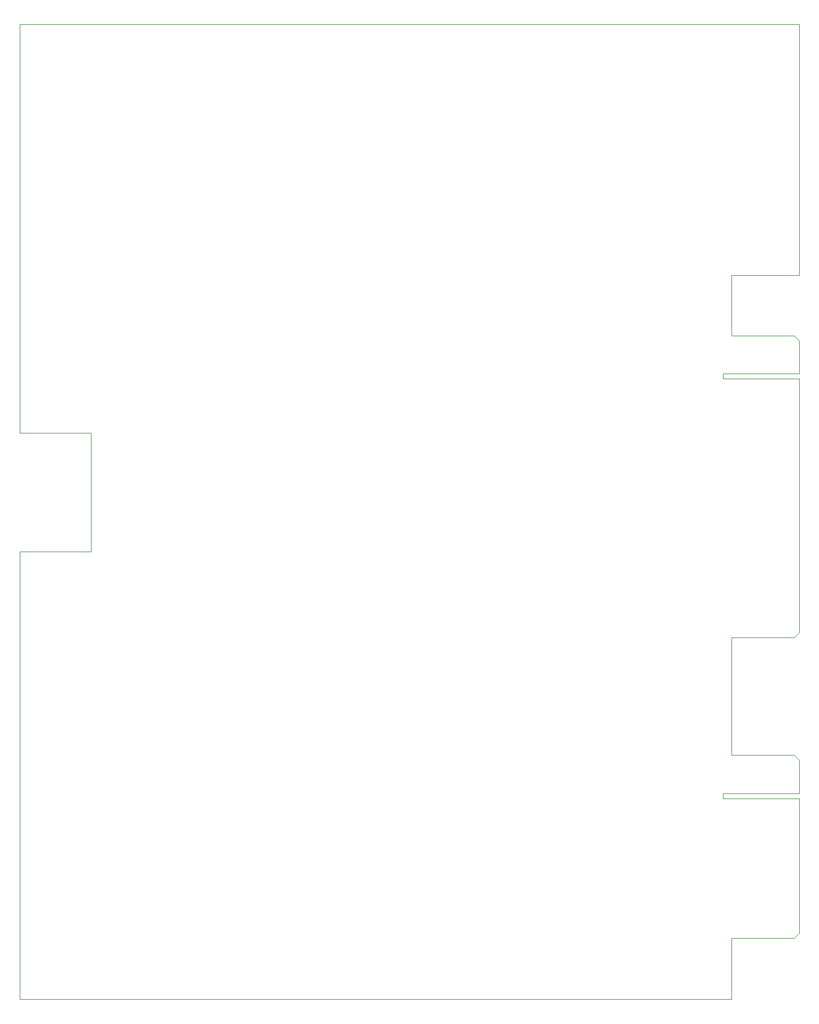
<source format=gm1>
%TF.GenerationSoftware,KiCad,Pcbnew,7.0.9-1.fc37*%
%TF.CreationDate,2023-11-18T16:33:54-05:00*%
%TF.ProjectId,top,746f702e-6b69-4636-9164-5f7063625858,D*%
%TF.SameCoordinates,Original*%
%TF.FileFunction,Profile,NP*%
%FSLAX46Y46*%
G04 Gerber Fmt 4.6, Leading zero omitted, Abs format (unit mm)*
G04 Created by KiCad (PCBNEW 7.0.9-1.fc37) date 2023-11-18 16:33:54*
%MOMM*%
%LPD*%
G01*
G04 APERTURE LIST*
%TA.AperFunction,Profile*%
%ADD10C,0.101600*%
%TD*%
%TA.AperFunction,Profile*%
%ADD11C,0.100000*%
%TD*%
G04 APERTURE END LIST*
D10*
X222885000Y-67290950D02*
X234315000Y-67290950D01*
X234315000Y-68091050D02*
X222885000Y-68091050D01*
X222885000Y-130956050D02*
X234315000Y-130956050D01*
X234315000Y-130155950D02*
X222885000Y-130155950D01*
X222885000Y-68091050D02*
X222885000Y-67290950D01*
X233553000Y-124460000D02*
X224155000Y-124460000D01*
X234315000Y-52578000D02*
X234315000Y-14986000D01*
X233553000Y-61595000D02*
X224155000Y-61595000D01*
D11*
X117475000Y-161036000D02*
X224155000Y-161036000D01*
D10*
X224155000Y-124460000D02*
X224155000Y-106807000D01*
X234315000Y-125222000D02*
X233680000Y-124587000D01*
X224155000Y-151892000D02*
X232791000Y-151892000D01*
X234315000Y-14986000D02*
X224155000Y-14986000D01*
X234315000Y-62357000D02*
X233553000Y-61595000D01*
X117475000Y-76200000D02*
X128143000Y-76200000D01*
X224155000Y-161036000D02*
X224155000Y-151892000D01*
X234315000Y-130155950D02*
X234315000Y-125222000D01*
X234315000Y-106045000D02*
X234315000Y-68091050D01*
X128143000Y-93980000D02*
X117475000Y-93980000D01*
X233553000Y-151892000D02*
X234315000Y-151130000D01*
X117475000Y-161036000D02*
X117475000Y-93980000D01*
X224155000Y-106807000D02*
X233553000Y-106807000D01*
X128143000Y-76200000D02*
X128143000Y-93980000D01*
X117475000Y-76200000D02*
X117475000Y-14986000D01*
X234315000Y-67290950D02*
X234315000Y-62357000D01*
X224155000Y-61595000D02*
X224155000Y-52578000D01*
X222885000Y-130956050D02*
X222885000Y-130155950D01*
X234315000Y-151130000D02*
X234315000Y-130956050D01*
D11*
X224155000Y-14986000D02*
X117475000Y-14986000D01*
D10*
X224155000Y-52578000D02*
X234315000Y-52578000D01*
X232791000Y-151892000D02*
X233553000Y-151892000D01*
X233680000Y-124587000D02*
X233553000Y-124460000D01*
X233553000Y-106807000D02*
X234315000Y-106045000D01*
M02*

</source>
